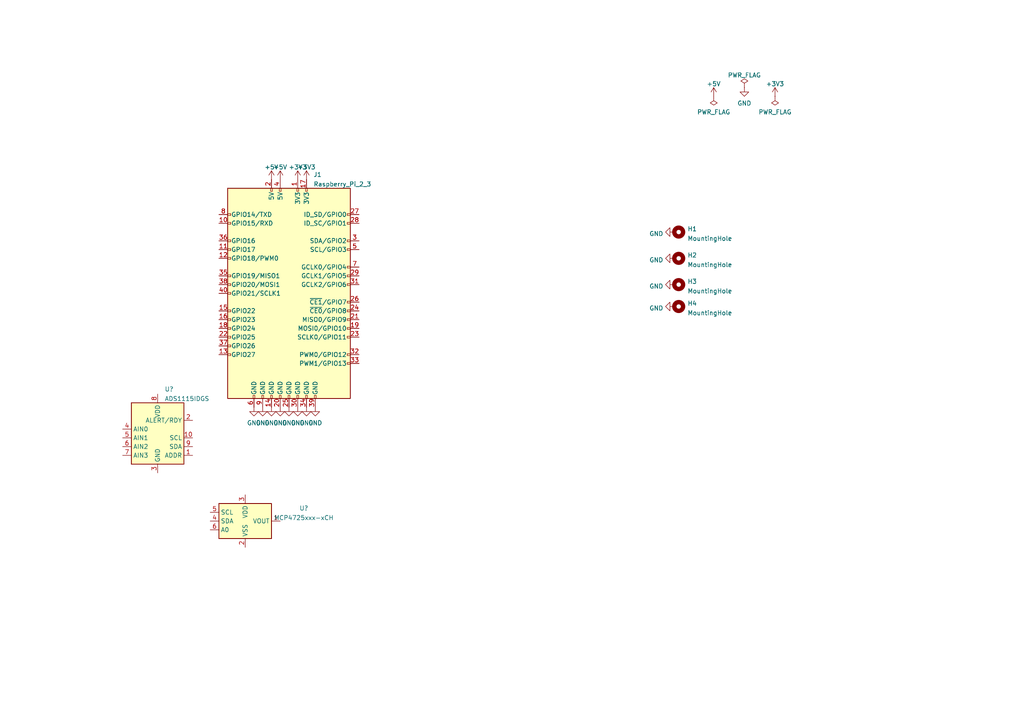
<source format=kicad_sch>
(kicad_sch (version 20211123) (generator eeschema)
  (paper "A4")
  (lib_symbols
    (symbol "Analog_ADC:ADS1115IDGS"
      (property "Reference" "U" (at 2.54 13.97 0))
      (property "Value" "ADS1115IDGS" (at 7.62 11.43 0))
      (symbol "ADS1115IDGS_0_1"
        (rectangle (start -7.62 10.16) (end 7.62 -7.62) (stroke (width 0.254)) (fill (type background)))
      )
      (symbol "ADS1115IDGS_1_1"
        (pin input line (at 10.16 -5.08 180) (length 2.54) (name "ADDR") (number "1"))
        (pin input line (at 10.16 0 180) (length 2.54) (name "SCL") (number "10"))
        (pin output line (at 10.16 5.08 180) (length 2.54) (name "ALERT/RDY") (number "2"))
        (pin power_in line (at 0 -10.16 90) (length 2.54) (name "GND") (number "3"))
        (pin input line (at -10.16 2.54 0) (length 2.54) (name "AIN0") (number "4"))
        (pin input line (at -10.16 0 0) (length 2.54) (name "AIN1") (number "5"))
        (pin input line (at -10.16 -2.54 0) (length 2.54) (name "AIN2") (number "6"))
        (pin input line (at -10.16 -5.08 0) (length 2.54) (name "AIN3") (number "7"))
        (pin power_in line (at 0 12.7 270) (length 2.54) (name "VDD") (number "8"))
        (pin bidirectional line (at 10.16 -2.54 180) (length 2.54) (name "SDA") (number "9"))
      )
    )
    (symbol "Analog_DAC:MCP4725xxx-xCH"
      (property "Reference" "U" (at -6.35 6.35 0))
      (property "Value" "MCP4725xxx-xCH" (at 8.89 6.35 0))
      (symbol "MCP4725xxx-xCH_0_1"
        (rectangle (start -7.62 5.08) (end 7.62 -5.08) (stroke (width 0.254)) (fill (type background)))
      )
      (symbol "MCP4725xxx-xCH_1_1"
        (pin output line (at 10.16 0 180) (length 2.54) (name "VOUT") (number "1"))
        (pin power_in line (at 0 -7.62 90) (length 2.54) (name "VSS") (number "2"))
        (pin power_in line (at 0 7.62 270) (length 2.54) (name "VDD") (number "3"))
        (pin bidirectional line (at -10.16 0 0) (length 2.54) (name "SDA") (number "4"))
        (pin input line (at -10.16 2.54 0) (length 2.54) (name "SCL") (number "5"))
        (pin input line (at -10.16 -2.54 0) (length 2.54) (name "A0") (number "6"))
      )
    )
    (symbol "Connector:Raspberry_Pi_2_3" (pin_names (offset 1.016))
      (property "Reference" "J" (at -17.78 31.75 0))
      (property "Value" "Raspberry_Pi_2_3" (at 10.16 -31.75 0))
      (symbol "Raspberry_Pi_2_3_0_1"
        (rectangle (start -17.78 30.48) (end 17.78 -30.48) (stroke (width 0.254)) (fill (type background)))
      )
      (symbol "Raspberry_Pi_2_3_1_1"
        (rectangle (start -16.891 -17.526) (end -17.78 -18.034))
        (rectangle (start -16.891 -14.986) (end -17.78 -15.494))
        (rectangle (start -16.891 -12.446) (end -17.78 -12.954))
        (rectangle (start -16.891 -9.906) (end -17.78 -10.414))
        (rectangle (start -16.891 -7.366) (end -17.78 -7.874))
        (rectangle (start -16.891 -4.826) (end -17.78 -5.334))
        (rectangle (start -16.891 0.254) (end -17.78 -0.254))
        (rectangle (start -16.891 2.794) (end -17.78 2.286))
        (rectangle (start -16.891 5.334) (end -17.78 4.826))
        (rectangle (start -16.891 10.414) (end -17.78 9.906))
        (rectangle (start -16.891 12.954) (end -17.78 12.446))
        (rectangle (start -16.891 15.494) (end -17.78 14.986))
        (rectangle (start -16.891 20.574) (end -17.78 20.066))
        (rectangle (start -16.891 23.114) (end -17.78 22.606))
        (rectangle (start -10.414 -29.591) (end -9.906 -30.48))
        (rectangle (start -7.874 -29.591) (end -7.366 -30.48))
        (rectangle (start -5.334 -29.591) (end -4.826 -30.48))
        (rectangle (start -5.334 30.48) (end -4.826 29.591))
        (rectangle (start -2.794 -29.591) (end -2.286 -30.48))
        (rectangle (start -2.794 30.48) (end -2.286 29.591))
        (rectangle (start -0.254 -29.591) (end 0.254 -30.48))
        (rectangle (start 2.286 -29.591) (end 2.794 -30.48))
        (rectangle (start 2.286 30.48) (end 2.794 29.591))
        (rectangle (start 4.826 -29.591) (end 5.334 -30.48))
        (rectangle (start 4.826 30.48) (end 5.334 29.591))
        (rectangle (start 7.366 -29.591) (end 7.874 -30.48))
        (rectangle (start 17.78 -20.066) (end 16.891 -20.574))
        (rectangle (start 17.78 -17.526) (end 16.891 -18.034))
        (rectangle (start 17.78 -12.446) (end 16.891 -12.954))
        (rectangle (start 17.78 -9.906) (end 16.891 -10.414))
        (rectangle (start 17.78 -7.366) (end 16.891 -7.874))
        (rectangle (start 17.78 -4.826) (end 16.891 -5.334))
        (rectangle (start 17.78 -2.286) (end 16.891 -2.794))
        (rectangle (start 17.78 2.794) (end 16.891 2.286))
        (rectangle (start 17.78 5.334) (end 16.891 4.826))
        (rectangle (start 17.78 7.874) (end 16.891 7.366))
        (rectangle (start 17.78 12.954) (end 16.891 12.446))
        (rectangle (start 17.78 15.494) (end 16.891 14.986))
        (rectangle (start 17.78 20.574) (end 16.891 20.066))
        (rectangle (start 17.78 23.114) (end 16.891 22.606))
        (pin power_in line (at 2.54 33.02 270) (length 2.54) (name "3V3") (number "1"))
        (pin bidirectional line (at -20.32 20.32 0) (length 2.54) (name "GPIO15/RXD") (number "10"))
        (pin bidirectional line (at -20.32 12.7 0) (length 2.54) (name "GPIO17") (number "11"))
        (pin bidirectional line (at -20.32 10.16 0) (length 2.54) (name "GPIO18/PWM0") (number "12"))
        (pin bidirectional line (at -20.32 -17.78 0) (length 2.54) (name "GPIO27") (number "13"))
        (pin power_in line (at -5.08 -33.02 90) (length 2.54) (name "GND") (number "14"))
        (pin bidirectional line (at -20.32 -5.08 0) (length 2.54) (name "GPIO22") (number "15"))
        (pin bidirectional line (at -20.32 -7.62 0) (length 2.54) (name "GPIO23") (number "16"))
        (pin power_in line (at 5.08 33.02 270) (length 2.54) (name "3V3") (number "17"))
        (pin bidirectional line (at -20.32 -10.16 0) (length 2.54) (name "GPIO24") (number "18"))
        (pin bidirectional line (at 20.32 -10.16 180) (length 2.54) (name "MOSI0/GPIO10") (number "19"))
        (pin power_in line (at -5.08 33.02 270) (length 2.54) (name "5V") (number "2"))
        (pin power_in line (at -2.54 -33.02 90) (length 2.54) (name "GND") (number "20"))
        (pin bidirectional line (at 20.32 -7.62 180) (length 2.54) (name "MISO0/GPIO9") (number "21"))
        (pin bidirectional line (at -20.32 -12.7 0) (length 2.54) (name "GPIO25") (number "22"))
        (pin bidirectional line (at 20.32 -12.7 180) (length 2.54) (name "SCLK0/GPIO11") (number "23"))
        (pin bidirectional line (at 20.32 -5.08 180) (length 2.54) (name "~{CE0}/GPIO8") (number "24"))
        (pin power_in line (at 0 -33.02 90) (length 2.54) (name "GND") (number "25"))
        (pin bidirectional line (at 20.32 -2.54 180) (length 2.54) (name "~{CE1}/GPIO7") (number "26"))
        (pin bidirectional line (at 20.32 22.86 180) (length 2.54) (name "ID_SD/GPIO0") (number "27"))
        (pin bidirectional line (at 20.32 20.32 180) (length 2.54) (name "ID_SC/GPIO1") (number "28"))
        (pin bidirectional line (at 20.32 5.08 180) (length 2.54) (name "GCLK1/GPIO5") (number "29"))
        (pin bidirectional line (at 20.32 15.24 180) (length 2.54) (name "SDA/GPIO2") (number "3"))
        (pin power_in line (at 2.54 -33.02 90) (length 2.54) (name "GND") (number "30"))
        (pin bidirectional line (at 20.32 2.54 180) (length 2.54) (name "GCLK2/GPIO6") (number "31"))
        (pin bidirectional line (at 20.32 -17.78 180) (length 2.54) (name "PWM0/GPIO12") (number "32"))
        (pin bidirectional line (at 20.32 -20.32 180) (length 2.54) (name "PWM1/GPIO13") (number "33"))
        (pin power_in line (at 5.08 -33.02 90) (length 2.54) (name "GND") (number "34"))
        (pin bidirectional line (at -20.32 5.08 0) (length 2.54) (name "GPIO19/MISO1") (number "35"))
        (pin bidirectional line (at -20.32 15.24 0) (length 2.54) (name "GPIO16") (number "36"))
        (pin bidirectional line (at -20.32 -15.24 0) (length 2.54) (name "GPIO26") (number "37"))
        (pin bidirectional line (at -20.32 2.54 0) (length 2.54) (name "GPIO20/MOSI1") (number "38"))
        (pin power_in line (at 7.62 -33.02 90) (length 2.54) (name "GND") (number "39"))
        (pin power_in line (at -2.54 33.02 270) (length 2.54) (name "5V") (number "4"))
        (pin bidirectional line (at -20.32 0 0) (length 2.54) (name "GPIO21/SCLK1") (number "40"))
        (pin bidirectional line (at 20.32 12.7 180) (length 2.54) (name "SCL/GPIO3") (number "5"))
        (pin power_in line (at -10.16 -33.02 90) (length 2.54) (name "GND") (number "6"))
        (pin bidirectional line (at 20.32 7.62 180) (length 2.54) (name "GCLK0/GPIO4") (number "7"))
        (pin bidirectional line (at -20.32 22.86 0) (length 2.54) (name "GPIO14/TXD") (number "8"))
        (pin power_in line (at -7.62 -33.02 90) (length 2.54) (name "GND") (number "9"))
      )
    )
    (symbol "Mechanical:MountingHole" (pin_names (offset 1.016))
      (property "Reference" "H" (at 0 5.08 0))
      (property "Value" "MountingHole" (at 0 3.175 0))
      (symbol "MountingHole_0_1"
        (circle (center 0 0) (radius 1.27) (stroke (width 1.27)))
      )
    )
    (symbol "power:+3V3" (power) (pin_names (offset 0))
      (property "Value" "+3V3" (at 0 3.556 0))
      (symbol "+3V3_0_1"
        (polyline (pts (xy -0.762 1.27) (xy 0 2.54)))
        (polyline (pts (xy 0 0) (xy 0 2.54)))
        (polyline (pts (xy 0 2.54) (xy 0.762 1.27)))
      )
      (symbol "+3V3_1_1"
        (pin power_in line (at 0 0 90) (length 0) hide (name "+3V3") (number "1"))
      )
    )
    (symbol "power:+5V" (power) (pin_names (offset 0))
      (property "Value" "+5V" (at 0 3.556 0))
      (symbol "+5V_0_1"
        (polyline (pts (xy -0.762 1.27) (xy 0 2.54)))
        (polyline (pts (xy 0 0) (xy 0 2.54)))
        (polyline (pts (xy 0 2.54) (xy 0.762 1.27)))
      )
      (symbol "+5V_1_1"
        (pin power_in line (at 0 0 90) (length 0) hide (name "+5V") (number "1"))
      )
    )
    (symbol "power:GND" (power) (pin_names (offset 0))
      (property "Value" "GND" (at 0 -3.81 0))
      (symbol "GND_0_1"
        (polyline (pts (xy 0 0) (xy 0 -1.27) (xy 1.27 -1.27) (xy 0 -2.54) (xy -1.27 -1.27) (xy 0 -1.27)))
      )
      (symbol "GND_1_1"
        (pin power_in line (at 0 0 270) (length 0) hide (name "GND") (number "1"))
      )
    )
    (symbol "power:PWR_FLAG" (power) (pin_numbers hide) (pin_names (offset 0) hide)
      (property "Value" "PWR_FLAG" (at 0 3.81 0))
      (symbol "PWR_FLAG_0_0"
        (pin power_out line (at 0 0 90) (length 0) (name "pwr") (number "1"))
      )
      (symbol "PWR_FLAG_0_1"
        (polyline (pts (xy 0 0) (xy 0 1.27) (xy -1.016 1.905) (xy 0 2.54) (xy 1.016 1.905) (xy 0 1.27)))
      )
    )
  )
  (symbol (lib_id "power:GND") (at 195.58 74.93 270) (unit 1)
    (property "Reference" "#PWR?" (effects hide))
    (property "Value" "GND" (at 192.4051 75.409 90) (effects (justify right)))
  )
  (symbol (lib_id "power:+3V3") (at 86.36 52.07 0) (unit 1)
    (property "Reference" "#PWR?" (effects hide))
    (property "Value" "+3V3" (at 86.36 48.4655 0))
  )
  (symbol (lib_id "power:GND") (at 78.74 118.11 0) (unit 1)
    (property "Reference" "#PWR?" (effects hide))
    (property "Value" "GND" (at 78.74 122.6725 0))
  )
  (symbol (lib_id "power:GND") (at 83.82 118.11 0) (unit 1)
    (property "Reference" "#PWR?" (effects hide))
    (property "Value" "GND" (at 83.82 122.6725 0))
  )
  (symbol (lib_id "power:GND") (at 86.36 118.11 0) (unit 1)
    (property "Reference" "#PWR?" (effects hide))
    (property "Value" "GND" (at 86.36 122.6725 0))
  )
  (symbol (lib_id "power:GND") (at 91.44 118.11 0) (unit 1)
    (property "Reference" "#PWR?" (effects hide))
    (property "Value" "GND" (at 91.44 122.6725 0))
  )
  (symbol (lib_id "power:+5V") (at 78.74 52.07 0) (unit 1)
    (property "Reference" "#PWR?" (effects hide))
    (property "Value" "+5V" (at 78.74 48.4655 0))
  )
  (symbol (lib_id "power:+5V") (at 81.28 52.07 0) (unit 1)
    (property "Reference" "#PWR?" (effects hide))
    (property "Value" "+5V" (at 81.28 48.4655 0))
  )
  (symbol (lib_id "power:+3V3") (at 224.79 27.94 0) (unit 1)
    (property "Reference" "#PWR?" (effects hide))
    (property "Value" "+3V3" (at 224.79 24.3355 0))
  )
  (symbol (lib_id "power:PWR_FLAG") (at 224.79 27.94 180) (unit 1)
    (property "Reference" "#FLG?" (effects hide))
    (property "Value" "PWR_FLAG" (at 224.79 32.5025 0))
  )
  (symbol (lib_id "power:GND") (at 215.9 25.4 0) (unit 1)
    (property "Reference" "#PWR?" (effects hide))
    (property "Value" "GND" (at 215.9 29.9625 0))
  )
  (symbol (lib_id "Mechanical:MountingHole") (at 196.85 74.93 0) (unit 1)
    (property "Reference" "H2" (at 199.39 74.0215 0) (effects (justify left)))
    (property "Value" "MountingHole" (at 199.39 76.7966 0) (effects (justify left)))
    (property "Footprint" "MountingHole:MountingHole_2.7mm_M2.5_ISO14580_Pad" (effects hide))
  )
  (symbol (lib_id "power:GND") (at 195.58 67.31 270) (unit 1)
    (property "Reference" "#PWR?" (effects hide))
    (property "Value" "GND" (at 192.4051 67.789 90) (effects (justify right)))
  )
  (symbol (lib_id "Mechanical:MountingHole") (at 196.85 67.31 0) (unit 1)
    (property "Reference" "H1" (at 199.39 66.4015 0) (effects (justify left)))
    (property "Value" "MountingHole" (at 199.39 69.1766 0) (effects (justify left)))
    (property "Footprint" "MountingHole:MountingHole_2.7mm_M2.5_ISO14580_Pad" (effects hide))
  )
  (symbol (lib_id "Analog_DAC:MCP4725xxx-xCH") (at 71.12 151.13 0) (unit 1)
    (property "Reference" "U?" (at 88.1388 147.4048 0))
    (property "Value" "MCP4725xxx-xCH" (at 88.1388 150.1799 0))
    (property "Footprint" "Package_TO_SOT_SMD:SOT-23-6" (effects hide))
    (property "Datasheet" "http://ww1.microchip.com/downloads/en/DeviceDoc/22039d.pdf" (effects hide))
  )
  (symbol (lib_id "power:GND") (at 195.58 88.9 270) (unit 1)
    (property "Reference" "#PWR?" (effects hide))
    (property "Value" "GND" (at 192.4051 89.379 90) (effects (justify right)))
  )
  (symbol (lib_id "power:GND") (at 76.2 118.11 0) (unit 1)
    (property "Reference" "#PWR?" (effects hide))
    (property "Value" "GND" (at 76.2 122.6725 0))
  )
  (symbol (lib_id "power:GND") (at 81.28 118.11 0) (unit 1)
    (property "Reference" "#PWR?" (effects hide))
    (property "Value" "GND" (at 81.28 122.6725 0))
  )
  (symbol (lib_id "power:GND") (at 195.58 82.55 270) (unit 1)
    (property "Reference" "#PWR?" (effects hide))
    (property "Value" "GND" (at 192.4051 83.029 90) (effects (justify right)))
  )
  (symbol (lib_id "power:PWR_FLAG") (at 215.9 25.4 0) (unit 1)
    (property "Reference" "#FLG?" (effects hide))
    (property "Value" "PWR_FLAG" (at 215.9 21.7955 0))
  )
  (symbol (lib_id "Connector:Raspberry_Pi_2_3") (at 83.82 85.09 0) (unit 1)
    (property "Reference" "J1" (at 90.9194 50.6435 0) (effects (justify left)))
    (property "Value" "Raspberry_Pi_2_3" (at 90.9194 53.4186 0) (effects (justify left)))
    (property "Footprint" "Connector_PinSocket_2.54mm:PinSocket_2x20_P2.54mm_Vertical" (effects hide))
    (property "Datasheet" "https://www.raspberrypi.org/documentation/hardware/raspberrypi/schematics/rpi_SCH_3bplus_1p0_reduced.pdf" (effects hide))
  )
  (symbol (lib_id "power:GND") (at 88.9 118.11 0) (unit 1)
    (property "Reference" "#PWR?" (effects hide))
    (property "Value" "GND" (at 88.9 122.6725 0))
  )
  (symbol (lib_id "Mechanical:MountingHole") (at 196.85 88.9 0) (unit 1)
    (property "Reference" "H4" (at 199.39 87.9915 0) (effects (justify left)))
    (property "Value" "MountingHole" (at 199.39 90.7666 0) (effects (justify left)))
    (property "Footprint" "MountingHole:MountingHole_2.7mm_M2.5_ISO14580_Pad" (effects hide))
  )
  (symbol (lib_id "power:+3V3") (at 88.9 52.07 0) (unit 1)
    (property "Reference" "#PWR?" (effects hide))
    (property "Value" "+3V3" (at 88.9 48.4655 0))
  )
  (symbol (lib_id "power:+5V") (at 207.01 27.94 0) (unit 1)
    (property "Reference" "#PWR?" (effects hide))
    (property "Value" "+5V" (at 207.01 24.3355 0))
  )
  (symbol (lib_id "Mechanical:MountingHole") (at 196.85 82.55 0) (unit 1)
    (property "Reference" "H3" (at 199.39 81.6415 0) (effects (justify left)))
    (property "Value" "MountingHole" (at 199.39 84.4166 0) (effects (justify left)))
    (property "Footprint" "MountingHole:MountingHole_2.7mm_M2.5_ISO14580_Pad" (effects hide))
  )
  (symbol (lib_id "Analog_ADC:ADS1115IDGS") (at 45.72 127 0) (unit 1)
    (property "Reference" "U?" (at 47.7394 112.8735 0) (effects (justify left)))
    (property "Value" "ADS1115IDGS" (at 47.7394 115.6486 0) (effects (justify left)))
    (property "Footprint" "Package_SO:TSSOP-10_3x3mm_P0.5mm" (effects hide))
    (property "Datasheet" "http://www.ti.com/lit/ds/symlink/ads1113.pdf" (effects hide))
  )
  (symbol (lib_id "power:PWR_FLAG") (at 207.01 27.94 180) (unit 1)
    (property "Reference" "#FLG?" (effects hide))
    (property "Value" "PWR_FLAG" (at 207.01 32.5025 0))
  )
  (symbol (lib_id "power:GND") (at 73.66 118.11 0) (unit 1)
    (property "Reference" "#PWR?" (effects hide))
    (property "Value" "GND" (at 73.66 122.6725 0))
  )
)
</source>
